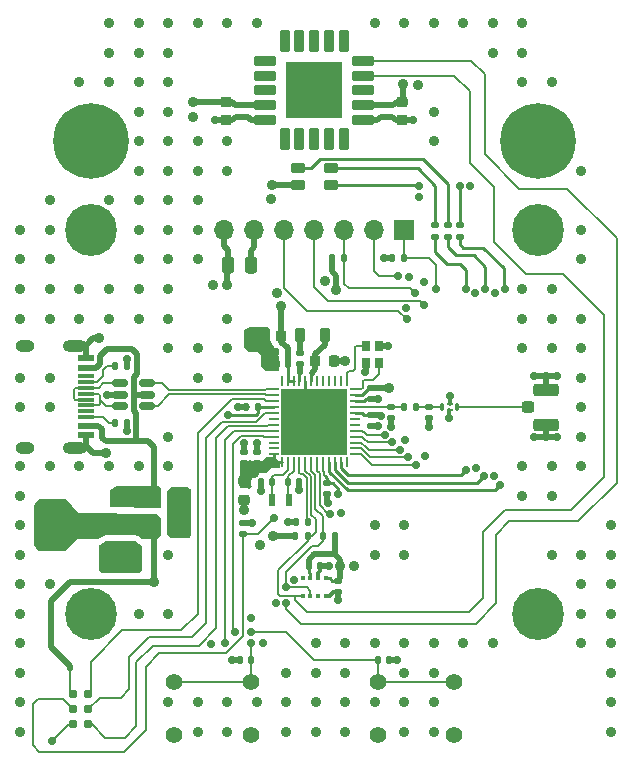
<source format=gbr>
%TF.GenerationSoftware,KiCad,Pcbnew,8.0.6*%
%TF.CreationDate,2025-02-19T14:25:46-08:00*%
%TF.ProjectId,Tempting,54656d70-7469-46e6-972e-6b696361645f,rev?*%
%TF.SameCoordinates,PX7ce2370PY7735940*%
%TF.FileFunction,Copper,L1,Top*%
%TF.FilePolarity,Positive*%
%FSLAX46Y46*%
G04 Gerber Fmt 4.6, Leading zero omitted, Abs format (unit mm)*
G04 Created by KiCad (PCBNEW 8.0.6) date 2025-02-19 14:25:46*
%MOMM*%
%LPD*%
G01*
G04 APERTURE LIST*
G04 Aperture macros list*
%AMRoundRect*
0 Rectangle with rounded corners*
0 $1 Rounding radius*
0 $2 $3 $4 $5 $6 $7 $8 $9 X,Y pos of 4 corners*
0 Add a 4 corners polygon primitive as box body*
4,1,4,$2,$3,$4,$5,$6,$7,$8,$9,$2,$3,0*
0 Add four circle primitives for the rounded corners*
1,1,$1+$1,$2,$3*
1,1,$1+$1,$4,$5*
1,1,$1+$1,$6,$7*
1,1,$1+$1,$8,$9*
0 Add four rect primitives between the rounded corners*
20,1,$1+$1,$2,$3,$4,$5,0*
20,1,$1+$1,$4,$5,$6,$7,0*
20,1,$1+$1,$6,$7,$8,$9,0*
20,1,$1+$1,$8,$9,$2,$3,0*%
G04 Aperture macros list end*
%TA.AperFunction,SMDPad,CuDef*%
%ADD10RoundRect,0.135000X0.135000X0.185000X-0.135000X0.185000X-0.135000X-0.185000X0.135000X-0.185000X0*%
%TD*%
%TA.AperFunction,SMDPad,CuDef*%
%ADD11RoundRect,0.140000X-0.170000X0.140000X-0.170000X-0.140000X0.170000X-0.140000X0.170000X0.140000X0*%
%TD*%
%TA.AperFunction,ComponentPad*%
%ADD12C,1.400000*%
%TD*%
%TA.AperFunction,SMDPad,CuDef*%
%ADD13R,1.450000X0.600000*%
%TD*%
%TA.AperFunction,SMDPad,CuDef*%
%ADD14R,1.450000X0.300000*%
%TD*%
%TA.AperFunction,ComponentPad*%
%ADD15O,2.100000X1.000000*%
%TD*%
%TA.AperFunction,ComponentPad*%
%ADD16O,1.600000X1.000000*%
%TD*%
%TA.AperFunction,SMDPad,CuDef*%
%ADD17RoundRect,0.135000X0.185000X-0.135000X0.185000X0.135000X-0.185000X0.135000X-0.185000X-0.135000X0*%
%TD*%
%TA.AperFunction,ComponentPad*%
%ADD18C,0.700000*%
%TD*%
%TA.AperFunction,ComponentPad*%
%ADD19C,4.400000*%
%TD*%
%TA.AperFunction,SMDPad,CuDef*%
%ADD20RoundRect,0.225000X-0.250000X0.225000X-0.250000X-0.225000X0.250000X-0.225000X0.250000X0.225000X0*%
%TD*%
%TA.AperFunction,SMDPad,CuDef*%
%ADD21RoundRect,0.135000X-0.135000X-0.185000X0.135000X-0.185000X0.135000X0.185000X-0.135000X0.185000X0*%
%TD*%
%TA.AperFunction,SMDPad,CuDef*%
%ADD22RoundRect,0.140000X0.140000X0.170000X-0.140000X0.170000X-0.140000X-0.170000X0.140000X-0.170000X0*%
%TD*%
%TA.AperFunction,SMDPad,CuDef*%
%ADD23RoundRect,0.250000X-0.275000X-0.250000X0.275000X-0.250000X0.275000X0.250000X-0.275000X0.250000X0*%
%TD*%
%TA.AperFunction,SMDPad,CuDef*%
%ADD24RoundRect,0.250000X-0.850000X-0.275000X0.850000X-0.275000X0.850000X0.275000X-0.850000X0.275000X0*%
%TD*%
%TA.AperFunction,SMDPad,CuDef*%
%ADD25RoundRect,0.225000X0.225000X0.250000X-0.225000X0.250000X-0.225000X-0.250000X0.225000X-0.250000X0*%
%TD*%
%TA.AperFunction,SMDPad,CuDef*%
%ADD26RoundRect,0.212500X0.212500X-0.737500X0.212500X0.737500X-0.212500X0.737500X-0.212500X-0.737500X0*%
%TD*%
%TA.AperFunction,SMDPad,CuDef*%
%ADD27RoundRect,0.212500X0.737500X-0.212500X0.737500X0.212500X-0.737500X0.212500X-0.737500X-0.212500X0*%
%TD*%
%TA.AperFunction,HeatsinkPad*%
%ADD28R,4.800000X4.800000*%
%TD*%
%TA.AperFunction,SMDPad,CuDef*%
%ADD29RoundRect,0.140000X0.170000X-0.140000X0.170000X0.140000X-0.170000X0.140000X-0.170000X-0.140000X0*%
%TD*%
%TA.AperFunction,SMDPad,CuDef*%
%ADD30RoundRect,0.225000X-0.225000X-0.250000X0.225000X-0.250000X0.225000X0.250000X-0.225000X0.250000X0*%
%TD*%
%TA.AperFunction,SMDPad,CuDef*%
%ADD31RoundRect,0.147500X0.147500X0.172500X-0.147500X0.172500X-0.147500X-0.172500X0.147500X-0.172500X0*%
%TD*%
%TA.AperFunction,SMDPad,CuDef*%
%ADD32RoundRect,0.068750X-0.068750X-0.281250X0.068750X-0.281250X0.068750X0.281250X-0.068750X0.281250X0*%
%TD*%
%TA.AperFunction,SMDPad,CuDef*%
%ADD33RoundRect,0.061250X0.163750X0.061250X-0.163750X0.061250X-0.163750X-0.061250X0.163750X-0.061250X0*%
%TD*%
%TA.AperFunction,SMDPad,CuDef*%
%ADD34RoundRect,0.150000X-0.512500X-0.150000X0.512500X-0.150000X0.512500X0.150000X-0.512500X0.150000X0*%
%TD*%
%TA.AperFunction,SMDPad,CuDef*%
%ADD35RoundRect,0.140000X-0.140000X-0.170000X0.140000X-0.170000X0.140000X0.170000X-0.140000X0.170000X0*%
%TD*%
%TA.AperFunction,SMDPad,CuDef*%
%ADD36RoundRect,0.087500X-0.087500X0.087500X-0.087500X-0.087500X0.087500X-0.087500X0.087500X0.087500X0*%
%TD*%
%TA.AperFunction,ConnectorPad*%
%ADD37C,0.787400*%
%TD*%
%TA.AperFunction,ComponentPad*%
%ADD38C,0.800000*%
%TD*%
%TA.AperFunction,ComponentPad*%
%ADD39C,6.400000*%
%TD*%
%TA.AperFunction,SMDPad,CuDef*%
%ADD40RoundRect,0.218750X0.218750X0.381250X-0.218750X0.381250X-0.218750X-0.381250X0.218750X-0.381250X0*%
%TD*%
%TA.AperFunction,SMDPad,CuDef*%
%ADD41RoundRect,0.375000X0.625000X0.375000X-0.625000X0.375000X-0.625000X-0.375000X0.625000X-0.375000X0*%
%TD*%
%TA.AperFunction,SMDPad,CuDef*%
%ADD42RoundRect,0.500000X0.500000X1.400000X-0.500000X1.400000X-0.500000X-1.400000X0.500000X-1.400000X0*%
%TD*%
%TA.AperFunction,SMDPad,CuDef*%
%ADD43RoundRect,0.147500X-0.172500X0.147500X-0.172500X-0.147500X0.172500X-0.147500X0.172500X0.147500X0*%
%TD*%
%TA.AperFunction,SMDPad,CuDef*%
%ADD44R,0.600000X1.100000*%
%TD*%
%TA.AperFunction,ComponentPad*%
%ADD45R,1.700000X1.700000*%
%TD*%
%TA.AperFunction,ComponentPad*%
%ADD46O,1.700000X1.700000*%
%TD*%
%TA.AperFunction,SMDPad,CuDef*%
%ADD47R,0.800000X0.900000*%
%TD*%
%TA.AperFunction,SMDPad,CuDef*%
%ADD48RoundRect,0.250000X-0.250000X-0.475000X0.250000X-0.475000X0.250000X0.475000X-0.250000X0.475000X0*%
%TD*%
%TA.AperFunction,SMDPad,CuDef*%
%ADD49RoundRect,0.062500X0.062500X-0.375000X0.062500X0.375000X-0.062500X0.375000X-0.062500X-0.375000X0*%
%TD*%
%TA.AperFunction,SMDPad,CuDef*%
%ADD50RoundRect,0.062500X0.375000X-0.062500X0.375000X0.062500X-0.375000X0.062500X-0.375000X-0.062500X0*%
%TD*%
%TA.AperFunction,HeatsinkPad*%
%ADD51R,5.600000X5.600000*%
%TD*%
%TA.AperFunction,SMDPad,CuDef*%
%ADD52RoundRect,0.225000X0.375000X0.225000X-0.375000X0.225000X-0.375000X-0.225000X0.375000X-0.225000X0*%
%TD*%
%TA.AperFunction,ViaPad*%
%ADD53C,0.900000*%
%TD*%
%TA.AperFunction,ViaPad*%
%ADD54C,0.700000*%
%TD*%
%TA.AperFunction,Conductor*%
%ADD55C,0.156500*%
%TD*%
%TA.AperFunction,Conductor*%
%ADD56C,0.500000*%
%TD*%
%TA.AperFunction,Conductor*%
%ADD57C,0.300000*%
%TD*%
%TA.AperFunction,Conductor*%
%ADD58C,0.250000*%
%TD*%
%TA.AperFunction,Conductor*%
%ADD59C,0.157500*%
%TD*%
G04 APERTURE END LIST*
D10*
%TO.P,R10,1*%
%TO.N,GND*%
X10560000Y28660000D03*
%TO.P,R10,2*%
%TO.N,/USB_CC2*%
X9540000Y28660000D03*
%TD*%
D11*
%TO.P,C5,1*%
%TO.N,/RF_LPF_MATCHING*%
X36137500Y30005000D03*
%TO.P,C5,2*%
%TO.N,GND*%
X36137500Y29045000D03*
%TD*%
D12*
%TO.P,SW2,1,1*%
%TO.N,GND*%
X38300000Y2250000D03*
%TO.P,SW2,2,2*%
X31800000Y2250000D03*
%TO.P,SW2,3,K*%
%TO.N,/BUTTON_2*%
X38300000Y6750000D03*
%TO.P,SW2,4,A*%
X31800000Y6750000D03*
%TD*%
D13*
%TO.P,J4,A1,GND*%
%TO.N,GND*%
X7065000Y34140000D03*
%TO.P,J4,A4,VBUS*%
%TO.N,VBUS*%
X7065000Y33340000D03*
D14*
%TO.P,J4,A5,CC1*%
%TO.N,/USB_CC1*%
X7065000Y32140000D03*
%TO.P,J4,A6,D+*%
%TO.N,/USB_CON_D+*%
X7065000Y31140000D03*
%TO.P,J4,A7,D-*%
%TO.N,/USB_CON_D-*%
X7065000Y30640000D03*
%TO.P,J4,A8,SBU1*%
%TO.N,unconnected-(J4-SBU1-PadA8)*%
X7065000Y29640000D03*
D13*
%TO.P,J4,A9,VBUS*%
%TO.N,VBUS*%
X7065000Y28440000D03*
%TO.P,J4,A12,GND*%
%TO.N,GND*%
X7065000Y27640000D03*
%TO.P,J4,B1,GND*%
X7065000Y27640000D03*
%TO.P,J4,B4,VBUS*%
%TO.N,VBUS*%
X7065000Y28440000D03*
D14*
%TO.P,J4,B5,CC2*%
%TO.N,/USB_CC2*%
X7065000Y29140000D03*
%TO.P,J4,B6,D+*%
%TO.N,/USB_CON_D+*%
X7065000Y30140000D03*
%TO.P,J4,B7,D-*%
%TO.N,/USB_CON_D-*%
X7065000Y31640000D03*
%TO.P,J4,B8,SBU2*%
%TO.N,unconnected-(J4-SBU2-PadB8)*%
X7065000Y32640000D03*
D13*
%TO.P,J4,B9,VBUS*%
%TO.N,VBUS*%
X7065000Y33340000D03*
%TO.P,J4,B12,GND*%
%TO.N,GND*%
X7065000Y34140000D03*
D15*
%TO.P,J4,S1,SHIELD*%
X6150000Y35210000D03*
D16*
X1970000Y35210000D03*
D15*
X6150000Y26570000D03*
D16*
X1970000Y26570000D03*
%TD*%
D17*
%TO.P,R4,1*%
%TO.N,/LED_B_MCU*%
X36650000Y44440000D03*
%TO.P,R4,2*%
%TO.N,/LED_B*%
X36650000Y45460000D03*
%TD*%
D18*
%TO.P,H4,1,1*%
%TO.N,GND*%
X5850000Y45000000D03*
X6333274Y46166726D03*
X6333274Y43833274D03*
X7500000Y46650000D03*
D19*
X7500000Y45000000D03*
D18*
X7500000Y43350000D03*
X8666726Y46166726D03*
X8666726Y43833274D03*
X9150000Y45000000D03*
%TD*%
D10*
%TO.P,R9,1*%
%TO.N,GND*%
X10560000Y33450000D03*
%TO.P,R9,2*%
%TO.N,/USB_CC1*%
X9540000Y33450000D03*
%TD*%
D20*
%TO.P,C2,1*%
%TO.N,+3.3V*%
X20450000Y23725000D03*
%TO.P,C2,2*%
%TO.N,GND*%
X20450000Y22175000D03*
%TD*%
D21*
%TO.P,R1,1*%
%TO.N,GND*%
X24865000Y20250000D03*
%TO.P,R1,2*%
%TO.N,/BOOT*%
X25885000Y20250000D03*
%TD*%
D22*
%TO.P,C13,1*%
%TO.N,+3.3V*%
X21650000Y30000000D03*
%TO.P,C13,2*%
%TO.N,GND*%
X20690000Y30000000D03*
%TD*%
D18*
%TO.P,H3,1,1*%
%TO.N,GND*%
X5850000Y12500000D03*
X6333274Y13666726D03*
X6333274Y11333274D03*
X7500000Y14150000D03*
D19*
X7500000Y12500000D03*
D18*
X7500000Y10850000D03*
X8666726Y13666726D03*
X8666726Y11333274D03*
X9150000Y12500000D03*
%TD*%
D11*
%TO.P,C20,1*%
%TO.N,+3.3V*%
X20350000Y55560000D03*
%TO.P,C20,2*%
%TO.N,GND*%
X20350000Y54600000D03*
%TD*%
D23*
%TO.P,J1,1,In*%
%TO.N,/RF_COAX_LPF*%
X44525000Y30000000D03*
D24*
%TO.P,J1,2,Ext*%
%TO.N,GND*%
X46050000Y31475000D03*
X46050000Y28525000D03*
%TD*%
D11*
%TO.P,C24,1*%
%TO.N,+3.3V*%
X28450000Y15300000D03*
%TO.P,C24,2*%
%TO.N,GND*%
X28450000Y14340000D03*
%TD*%
D21*
%TO.P,R5,1*%
%TO.N,GND*%
X33040000Y42600000D03*
%TO.P,R5,2*%
%TO.N,/OLED_NRST*%
X34060000Y42600000D03*
%TD*%
D25*
%TO.P,C22,1*%
%TO.N,+3.3V*%
X23625000Y36050000D03*
%TO.P,C22,2*%
%TO.N,GND*%
X22075000Y36050000D03*
%TD*%
D17*
%TO.P,R3,1*%
%TO.N,/LED_G_MCU*%
X37725000Y44440000D03*
%TO.P,R3,2*%
%TO.N,/LED_G*%
X37725000Y45460000D03*
%TD*%
D26*
%TO.P,U2,1*%
%TO.N,N/C*%
X23930000Y52675000D03*
%TO.P,U2,2*%
X25180000Y52675000D03*
%TO.P,U2,3*%
X26430000Y52675000D03*
%TO.P,U2,4*%
X27680000Y52675000D03*
%TO.P,U2,5*%
X28930000Y52675000D03*
D27*
%TO.P,U2,6,GND*%
%TO.N,GND*%
X30580000Y54325000D03*
%TO.P,U2,7,VDD*%
%TO.N,+3.3V*%
X30580000Y55575000D03*
%TO.P,U2,8*%
%TO.N,N/C*%
X30580000Y56825000D03*
%TO.P,U2,9,SCL*%
%TO.N,/SENSORS_SCL*%
X30580000Y58075000D03*
%TO.P,U2,10,SDA*%
%TO.N,/SENSORS_SDA*%
X30580000Y59325000D03*
D26*
%TO.P,U2,11*%
%TO.N,N/C*%
X28930000Y60975000D03*
%TO.P,U2,12*%
X27680000Y60975000D03*
%TO.P,U2,13*%
X26430000Y60975000D03*
%TO.P,U2,14*%
X25180000Y60975000D03*
%TO.P,U2,15*%
X23930000Y60975000D03*
D27*
%TO.P,U2,16*%
X22280000Y59325000D03*
%TO.P,U2,17*%
X22280000Y58075000D03*
%TO.P,U2,18*%
X22280000Y56825000D03*
%TO.P,U2,19,VDD*%
%TO.N,+3.3V*%
X22280000Y55575000D03*
%TO.P,U2,20,GND*%
%TO.N,GND*%
X22280000Y54325000D03*
D28*
%TO.P,U2,21,GND*%
X26430000Y56825000D03*
%TD*%
D29*
%TO.P,C6,1*%
%TO.N,/SWD_NRST*%
X20425000Y19220000D03*
%TO.P,C6,2*%
%TO.N,GND*%
X20425000Y20180000D03*
%TD*%
D30*
%TO.P,C9,1*%
%TO.N,/SMPSFB_MCU*%
X26525000Y33900000D03*
%TO.P,C9,2*%
%TO.N,GND*%
X28075000Y33900000D03*
%TD*%
D18*
%TO.P,H2,1,1*%
%TO.N,GND*%
X43710000Y45000000D03*
X44193274Y46166726D03*
X44193274Y43833274D03*
X45360000Y46650000D03*
D19*
X45360000Y45000000D03*
D18*
X45360000Y43350000D03*
X46526726Y46166726D03*
X46526726Y43833274D03*
X47010000Y45000000D03*
%TD*%
D11*
%TO.P,C18,1*%
%TO.N,+3.3V*%
X31200000Y31630000D03*
%TO.P,C18,2*%
%TO.N,GND*%
X31200000Y30670000D03*
%TD*%
D31*
%TO.P,L1,1,1*%
%TO.N,/RF_LPF_MATCHING*%
X35037500Y30000000D03*
%TO.P,L1,2,2*%
%TO.N,/RF_MCU*%
X34067500Y30000000D03*
%TD*%
D32*
%TO.P,FLT1,1,IN*%
%TO.N,/RF_LPF_MATCHING*%
X37275000Y30000000D03*
D33*
%TO.P,FLT1,2,GND*%
%TO.N,GND*%
X37887500Y30227500D03*
D32*
%TO.P,FLT1,3,OUT*%
%TO.N,/RF_COAX_LPF*%
X38500000Y30000000D03*
D33*
%TO.P,FLT1,4,GND*%
%TO.N,GND*%
X37887500Y29772500D03*
%TD*%
D29*
%TO.P,C19,1*%
%TO.N,+3.3V*%
X20450000Y25250000D03*
%TO.P,C19,2*%
%TO.N,GND*%
X20450000Y26210000D03*
%TD*%
D22*
%TO.P,C3,1*%
%TO.N,+3.3V*%
X24180000Y34650000D03*
%TO.P,C3,2*%
%TO.N,GND*%
X23220000Y34650000D03*
%TD*%
D11*
%TO.P,C10,1*%
%TO.N,+3.3V*%
X31200000Y29330000D03*
%TO.P,C10,2*%
%TO.N,GND*%
X31200000Y28370000D03*
%TD*%
D34*
%TO.P,U5,1,I/O1*%
%TO.N,/USB_CON_D-*%
X10025000Y32000000D03*
%TO.P,U5,2,GND*%
%TO.N,GND*%
X10025000Y31050000D03*
%TO.P,U5,3,I/O2*%
%TO.N,/USB_CON_D+*%
X10025000Y30100000D03*
%TO.P,U5,4,I/O2*%
%TO.N,/USB_MCU_D+*%
X12300000Y30100000D03*
%TO.P,U5,5,VBUS*%
%TO.N,VBUS*%
X12300000Y31050000D03*
%TO.P,U5,6,I/O1*%
%TO.N,/USB_MCU_D-*%
X12300000Y32000000D03*
%TD*%
D22*
%TO.P,C11,1*%
%TO.N,/LSE_IN*%
X22855000Y23625000D03*
%TO.P,C11,2*%
%TO.N,GND*%
X21895000Y23625000D03*
%TD*%
D35*
%TO.P,C27,1*%
%TO.N,/BUTTON_2*%
X31815000Y8575000D03*
%TO.P,C27,2*%
%TO.N,GND*%
X32775000Y8575000D03*
%TD*%
D17*
%TO.P,R2,1*%
%TO.N,/LED_R_MCU*%
X38775000Y44440000D03*
%TO.P,R2,2*%
%TO.N,/LED_R*%
X38775000Y45460000D03*
%TD*%
D11*
%TO.P,C7,1*%
%TO.N,+3.3V*%
X27550000Y23580000D03*
%TO.P,C7,2*%
%TO.N,GND*%
X27550000Y22620000D03*
%TD*%
D36*
%TO.P,U4,1,GND*%
%TO.N,GND*%
X27405000Y14050000D03*
%TO.P,U4,2,CSB*%
%TO.N,unconnected-(U4-CSB-Pad2)*%
X26755000Y14050000D03*
%TO.P,U4,3,SDI*%
%TO.N,/SENSORS_SDA*%
X26105000Y14050000D03*
%TO.P,U4,4,SCK*%
%TO.N,/SENSORS_SCL*%
X25455000Y14050000D03*
%TO.P,U4,5,SDO*%
%TO.N,unconnected-(U4-SDO-Pad5)*%
X25455000Y15500000D03*
%TO.P,U4,6,VDDIO*%
%TO.N,+3.3V*%
X26105000Y15500000D03*
%TO.P,U4,7,GND*%
%TO.N,GND*%
X26755000Y15500000D03*
%TO.P,U4,8,VDD*%
%TO.N,+3.3V*%
X27405000Y15500000D03*
%TD*%
D37*
%TO.P,J3,1,VCC*%
%TO.N,+3.3V*%
X6035000Y5670000D03*
%TO.P,J3,2,SWDIO*%
%TO.N,/SWD_DIO*%
X7305000Y5670000D03*
%TO.P,J3,3,~{RESET}*%
%TO.N,/SWD_NRST*%
X6035000Y4400000D03*
%TO.P,J3,4,SWCLK*%
%TO.N,/SWD_CLK*%
X7305000Y4400000D03*
%TO.P,J3,5,GND*%
%TO.N,GND*%
X6035000Y3130000D03*
%TO.P,J3,6,SWO*%
%TO.N,/SWD_SWO*%
X7305000Y3130000D03*
%TD*%
D11*
%TO.P,C8,1*%
%TO.N,/RF_MCU*%
X32962500Y30000000D03*
%TO.P,C8,2*%
%TO.N,GND*%
X32962500Y29040000D03*
%TD*%
D38*
%TO.P,H6,1,1*%
%TO.N,GND*%
X42960000Y52500000D03*
X43662944Y54197056D03*
X43662944Y50802944D03*
X45360000Y54900000D03*
D39*
X45360000Y52500000D03*
D38*
X45360000Y50100000D03*
X47057056Y54197056D03*
X47057056Y50802944D03*
X47760000Y52500000D03*
%TD*%
D40*
%TO.P,L2,1,1*%
%TO.N,/SMPSFB_MCU*%
X27312500Y36100000D03*
%TO.P,L2,2,2*%
%TO.N,/SMPSLX_INT*%
X25187500Y36100000D03*
%TD*%
D41*
%TO.P,U1,1,GND*%
%TO.N,GND*%
X10450000Y17700000D03*
%TO.P,U1,2,VO*%
%TO.N,+3.3V*%
X10450000Y20000000D03*
D42*
X4150000Y20000000D03*
D41*
%TO.P,U1,3,VI*%
%TO.N,VBUS*%
X10450000Y22300000D03*
%TD*%
D12*
%TO.P,SW1,1,1*%
%TO.N,GND*%
X21050000Y2250000D03*
%TO.P,SW1,2,2*%
X14550000Y2250000D03*
%TO.P,SW1,3,K*%
%TO.N,/BUTTON_1*%
X21050000Y6750000D03*
%TO.P,SW1,4,A*%
X14550000Y6750000D03*
%TD*%
D43*
%TO.P,L3,1,1*%
%TO.N,/SMPSLX_INT*%
X25200000Y34585000D03*
%TO.P,L3,2,2*%
%TO.N,/SMPSLX_MCU*%
X25200000Y33615000D03*
%TD*%
D38*
%TO.P,H5,1,1*%
%TO.N,GND*%
X5100000Y52500000D03*
X5802944Y54197056D03*
X5802944Y50802944D03*
X7500000Y54900000D03*
D39*
X7500000Y52500000D03*
D38*
X7500000Y50100000D03*
X9197056Y54197056D03*
X9197056Y50802944D03*
X9900000Y52500000D03*
%TD*%
D44*
%TO.P,X2,1,1*%
%TO.N,/LSE_IN*%
X22850000Y22125000D03*
%TO.P,X2,2,2*%
%TO.N,/LSE_OUT*%
X24250000Y22125000D03*
%TD*%
D45*
%TO.P,J2,1,Pin_1*%
%TO.N,/OLED_NRST*%
X34050000Y45000000D03*
D46*
%TO.P,J2,2,Pin_2*%
%TO.N,/OLED_DC*%
X31510000Y45000000D03*
%TO.P,J2,3,Pin_3*%
%TO.N,/OLED_NCS*%
X28970000Y45000000D03*
%TO.P,J2,4,Pin_4*%
%TO.N,/OLED_CLK*%
X26430000Y45000000D03*
%TO.P,J2,5,Pin_5*%
%TO.N,/OLED_DIN*%
X23890000Y45000000D03*
%TO.P,J2,6,Pin_6*%
%TO.N,GND*%
X21350000Y45000000D03*
%TO.P,J2,7,Pin_7*%
%TO.N,+3.3V*%
X18810000Y45000000D03*
%TD*%
D47*
%TO.P,X1,1,1*%
%TO.N,/HSE_IN*%
X30800000Y35165000D03*
%TO.P,X1,2,2*%
%TO.N,GND*%
X30800000Y33765000D03*
%TO.P,X1,3,3*%
%TO.N,/HSE_OUT*%
X31900000Y33765000D03*
%TO.P,X1,4,4*%
%TO.N,GND*%
X31900000Y35165000D03*
%TD*%
D48*
%TO.P,C4,1*%
%TO.N,+3.3V*%
X12850000Y20000000D03*
%TO.P,C4,2*%
%TO.N,GND*%
X14750000Y20000000D03*
%TD*%
D20*
%TO.P,C14,1*%
%TO.N,+3.3V*%
X18950000Y55855000D03*
%TO.P,C14,2*%
%TO.N,GND*%
X18950000Y54305000D03*
%TD*%
D49*
%TO.P,U3,1,VBAT*%
%TO.N,+3.3V*%
X23680000Y25312500D03*
%TO.P,U3,2,PC14*%
%TO.N,/LSE_IN*%
X24180000Y25312500D03*
%TO.P,U3,3,PC15*%
%TO.N,/LSE_OUT*%
X24680000Y25312500D03*
%TO.P,U3,4,PH3*%
%TO.N,/BOOT*%
X25180000Y25312500D03*
%TO.P,U3,5,PB8*%
%TO.N,/SENSORS_SCL*%
X25680000Y25312500D03*
%TO.P,U3,6,PB9*%
%TO.N,/SENSORS_SDA*%
X26180000Y25312500D03*
%TO.P,U3,7,NRST*%
%TO.N,/SWD_NRST*%
X26680000Y25312500D03*
%TO.P,U3,8,VDDA*%
%TO.N,+3.3V*%
X27180000Y25312500D03*
%TO.P,U3,9,PA0*%
%TO.N,/LED_R_MCU*%
X27680000Y25312500D03*
%TO.P,U3,10,PA1*%
%TO.N,/LED_G_MCU*%
X28180000Y25312500D03*
%TO.P,U3,11,PA2*%
%TO.N,/LED_B_MCU*%
X28680000Y25312500D03*
%TO.P,U3,12,PA3*%
%TO.N,unconnected-(U3-PA3-Pad12)*%
X29180000Y25312500D03*
D50*
%TO.P,U3,13,PA4*%
%TO.N,/OLED_NRST*%
X29867500Y26000000D03*
%TO.P,U3,14,PA5*%
%TO.N,/OLED_CLK*%
X29867500Y26500000D03*
%TO.P,U3,15,PA6*%
%TO.N,/OLED_NCS*%
X29867500Y27000000D03*
%TO.P,U3,16,PA7*%
%TO.N,/OLED_DIN*%
X29867500Y27500000D03*
%TO.P,U3,17,PA8*%
%TO.N,/OLED_DC*%
X29867500Y28000000D03*
%TO.P,U3,18,PA9*%
%TO.N,unconnected-(U3-PA9-Pad18)*%
X29867500Y28500000D03*
%TO.P,U3,19,PB2*%
%TO.N,unconnected-(U3-PB2-Pad19)*%
X29867500Y29000000D03*
%TO.P,U3,20,VDD*%
%TO.N,+3.3V*%
X29867500Y29500000D03*
%TO.P,U3,21,RF1*%
%TO.N,/RF_MCU*%
X29867500Y30000000D03*
%TO.P,U3,22,VSSRF*%
%TO.N,GND*%
X29867500Y30500000D03*
%TO.P,U3,23,VDDRF*%
%TO.N,+3.3V*%
X29867500Y31000000D03*
%TO.P,U3,24,OSC_OUT*%
%TO.N,/HSE_OUT*%
X29867500Y31500000D03*
D49*
%TO.P,U3,25,OSC_IN*%
%TO.N,/HSE_IN*%
X29180000Y32187500D03*
%TO.P,U3,26,AT0*%
%TO.N,unconnected-(U3-AT0-Pad26)*%
X28680000Y32187500D03*
%TO.P,U3,27,AT1*%
%TO.N,unconnected-(U3-AT1-Pad27)*%
X28180000Y32187500D03*
%TO.P,U3,28,PB0*%
%TO.N,unconnected-(U3-PB0-Pad28)*%
X27680000Y32187500D03*
%TO.P,U3,29,PB1*%
%TO.N,unconnected-(U3-PB1-Pad29)*%
X27180000Y32187500D03*
%TO.P,U3,30,PE4*%
%TO.N,unconnected-(U3-PE4-Pad30)*%
X26680000Y32187500D03*
%TO.P,U3,31,VFBSMPS*%
%TO.N,/SMPSFB_MCU*%
X26180000Y32187500D03*
%TO.P,U3,32,VSSSMPS*%
%TO.N,GND*%
X25680000Y32187500D03*
%TO.P,U3,33,VLXSMPS*%
%TO.N,/SMPSLX_MCU*%
X25180000Y32187500D03*
%TO.P,U3,34,VDDSMPS*%
%TO.N,+3.3V*%
X24680000Y32187500D03*
%TO.P,U3,35,VDD*%
X24180000Y32187500D03*
%TO.P,U3,36,PA10*%
%TO.N,unconnected-(U3-PA10-Pad36)*%
X23680000Y32187500D03*
D50*
%TO.P,U3,37,PA11*%
%TO.N,/USB_MCU_D-*%
X22992500Y31500000D03*
%TO.P,U3,38,PA12*%
%TO.N,/USB_MCU_D+*%
X22992500Y31000000D03*
%TO.P,U3,39,PA13*%
%TO.N,/SWD_DIO*%
X22992500Y30500000D03*
%TO.P,U3,40,VDDUSB*%
%TO.N,+3.3V*%
X22992500Y30000000D03*
%TO.P,U3,41,PA14*%
%TO.N,/SWD_CLK*%
X22992500Y29500000D03*
%TO.P,U3,42,PA15*%
%TO.N,unconnected-(U3-PA15-Pad42)*%
X22992500Y29000000D03*
%TO.P,U3,43,PB3*%
%TO.N,/SWD_SWO*%
X22992500Y28500000D03*
%TO.P,U3,44,PB4*%
%TO.N,/BUTTON_1*%
X22992500Y28000000D03*
%TO.P,U3,45,PB5*%
%TO.N,/BUTTON_2*%
X22992500Y27500000D03*
%TO.P,U3,46,PB6*%
%TO.N,unconnected-(U3-PB6-Pad46)*%
X22992500Y27000000D03*
%TO.P,U3,47,PB7*%
%TO.N,unconnected-(U3-PB7-Pad47)*%
X22992500Y26500000D03*
%TO.P,U3,48,VDD*%
%TO.N,+3.3V*%
X22992500Y26000000D03*
D51*
%TO.P,U3,49,VSS*%
%TO.N,GND*%
X26430000Y28750000D03*
%TD*%
D10*
%TO.P,R6,1*%
%TO.N,/SENSORS_SCL*%
X25860000Y19125000D03*
%TO.P,R6,2*%
%TO.N,+3.3V*%
X24840000Y19125000D03*
%TD*%
D21*
%TO.P,R7,1*%
%TO.N,/SENSORS_SDA*%
X27180000Y19125000D03*
%TO.P,R7,2*%
%TO.N,+3.3V*%
X28200000Y19125000D03*
%TD*%
D11*
%TO.P,C17,1*%
%TO.N,+3.3V*%
X32500000Y55555000D03*
%TO.P,C17,2*%
%TO.N,GND*%
X32500000Y54595000D03*
%TD*%
D18*
%TO.P,H1,1,1*%
%TO.N,GND*%
X43710000Y12500000D03*
X44193274Y13666726D03*
X44193274Y11333274D03*
X45360000Y14150000D03*
D19*
X45360000Y12500000D03*
D18*
X45360000Y10850000D03*
X46526726Y13666726D03*
X46526726Y11333274D03*
X47010000Y12500000D03*
%TD*%
D35*
%TO.P,C15,1*%
%TO.N,/LSE_OUT*%
X24220000Y23635000D03*
%TO.P,C15,2*%
%TO.N,GND*%
X25180000Y23635000D03*
%TD*%
D22*
%TO.P,C21,1*%
%TO.N,+3.3V*%
X24200000Y33650000D03*
%TO.P,C21,2*%
%TO.N,GND*%
X23240000Y33650000D03*
%TD*%
D20*
%TO.P,C12,1*%
%TO.N,+3.3V*%
X33900000Y55850000D03*
%TO.P,C12,2*%
%TO.N,GND*%
X33900000Y54300000D03*
%TD*%
D48*
%TO.P,C1,1*%
%TO.N,VBUS*%
X12850000Y22300000D03*
%TO.P,C1,2*%
%TO.N,GND*%
X14750000Y22300000D03*
%TD*%
D10*
%TO.P,R8,1*%
%TO.N,/OLED_NCS*%
X28960000Y42600000D03*
%TO.P,R8,2*%
%TO.N,+3.3V*%
X27940000Y42600000D03*
%TD*%
D22*
%TO.P,C26,1*%
%TO.N,/BUTTON_1*%
X21080000Y8560000D03*
%TO.P,C26,2*%
%TO.N,GND*%
X20120000Y8560000D03*
%TD*%
D29*
%TO.P,C16,1*%
%TO.N,+3.3V*%
X21550000Y25250000D03*
%TO.P,C16,2*%
%TO.N,GND*%
X21550000Y26210000D03*
%TD*%
D52*
%TO.P,D1,1,RK*%
%TO.N,/LED_R*%
X27830000Y48775000D03*
%TO.P,D1,2,A*%
%TO.N,+3.3V*%
X25030000Y48775000D03*
%TO.P,D1,3,GK*%
%TO.N,/LED_G*%
X25030000Y50225000D03*
%TO.P,D1,4,BK*%
%TO.N,/LED_B*%
X27830000Y50225000D03*
%TD*%
D35*
%TO.P,C23,1*%
%TO.N,+3.3V*%
X25970000Y16550000D03*
%TO.P,C23,2*%
%TO.N,GND*%
X26930000Y16550000D03*
%TD*%
D48*
%TO.P,C25,1*%
%TO.N,+3.3V*%
X19150000Y42000000D03*
%TO.P,C25,2*%
%TO.N,GND*%
X21050000Y42000000D03*
%TD*%
D53*
%TO.N,GND*%
X46550000Y17500000D03*
D54*
%TO.N,/BUTTON_1*%
X21090000Y10000000D03*
%TO.N,/BUTTON_2*%
X21090000Y10921385D03*
%TO.N,/BUTTON_1*%
X18850000Y10030000D03*
%TO.N,/BUTTON_2*%
X19720000Y10921385D03*
%TO.N,GND*%
X4200000Y1690000D03*
X30750000Y32931136D03*
X32650000Y35150000D03*
X15600000Y19460000D03*
X15610000Y20410000D03*
X15610000Y21800000D03*
X15610000Y22640000D03*
X11240000Y16390000D03*
X9720000Y16360000D03*
X8880000Y17100000D03*
X8920000Y18050000D03*
D53*
X29010000Y33890000D03*
X8200000Y35810000D03*
X8800000Y26090000D03*
D54*
X27600000Y58050000D03*
D53*
X46550000Y37500000D03*
X49050000Y27500000D03*
X41550000Y60000000D03*
X34050000Y7500000D03*
X17820000Y40310000D03*
X26550000Y2500000D03*
X34050000Y5000000D03*
X1550000Y2500000D03*
X20440000Y21250000D03*
D54*
X10560000Y28010000D03*
X45030000Y32630000D03*
D53*
X36550000Y2500000D03*
X1550000Y42500000D03*
X24050000Y5000000D03*
D54*
X24325000Y30850000D03*
D53*
X1550000Y40000000D03*
X1550000Y25000000D03*
D54*
X27525000Y29825000D03*
D53*
X16550000Y35000000D03*
X1550000Y22500000D03*
X1550000Y5000000D03*
X11550000Y62500000D03*
X46550000Y22500000D03*
D54*
X27600000Y55600000D03*
D53*
X4050000Y40000000D03*
X51550000Y7500000D03*
X51550000Y15000000D03*
D54*
X35710000Y40580000D03*
D53*
X49050000Y10000000D03*
X9050000Y62500000D03*
D54*
X35300000Y47799997D03*
D53*
X11550000Y42500000D03*
X44050000Y60000000D03*
X4050000Y47500000D03*
D54*
X20450000Y26930000D03*
D53*
X14050000Y42500000D03*
X16550000Y45000000D03*
D54*
X32340000Y42600000D03*
D53*
X14050000Y60000000D03*
D54*
X34450000Y41025000D03*
X31860000Y30670000D03*
D53*
X35180000Y57280000D03*
D54*
X28525000Y28725000D03*
D53*
X9050000Y37500000D03*
X26550000Y10000000D03*
X24050000Y2500000D03*
X9050000Y40000000D03*
X9050000Y57500000D03*
X22810000Y47610000D03*
D54*
X32962500Y28350000D03*
D53*
X49050000Y17500000D03*
X1550000Y17500000D03*
X44050000Y37500000D03*
D54*
X25200000Y55600000D03*
X31860000Y28370000D03*
D53*
X29050000Y10000000D03*
D54*
X21900000Y22900000D03*
D53*
X34050000Y62500000D03*
X16550000Y50000000D03*
X16550000Y62500000D03*
D54*
X34219979Y38371751D03*
D53*
X31550000Y5000000D03*
X11550000Y12500000D03*
X14050000Y57500000D03*
X1550000Y32500000D03*
X4050000Y32500000D03*
X19050000Y5000000D03*
X1550000Y12500000D03*
D54*
X35805760Y25819240D03*
X41724998Y39640310D03*
X34138084Y27199603D03*
D53*
X9050000Y25000000D03*
X51550000Y12500000D03*
X29050000Y5000000D03*
D54*
X17660000Y9910000D03*
D53*
X39050000Y10000000D03*
X14050000Y25000000D03*
X4050000Y30000000D03*
X16550000Y5000000D03*
X6550000Y37500000D03*
X19050000Y35000000D03*
D54*
X45010000Y27440000D03*
X24175000Y20250000D03*
D53*
X29050000Y7500000D03*
X41550000Y62500000D03*
X1550000Y7500000D03*
X11550000Y52500000D03*
X14050000Y52500000D03*
X34050000Y20000000D03*
X14050000Y50000000D03*
D54*
X47010000Y32640000D03*
X28525000Y30850000D03*
D53*
X16550000Y47500000D03*
D54*
X8925000Y31050000D03*
X23150431Y13393800D03*
X18050000Y54300000D03*
D53*
X14050000Y47500000D03*
X19050000Y37500000D03*
X51550000Y17500000D03*
D54*
X22450000Y33600000D03*
D53*
X44050000Y57500000D03*
X11550000Y60000000D03*
X4050000Y25000000D03*
X39050000Y62500000D03*
X1550000Y45000000D03*
X6550000Y57500000D03*
X41550000Y10000000D03*
X14050000Y40000000D03*
D54*
X27577428Y21891053D03*
D53*
X11550000Y37500000D03*
D54*
X21090000Y12140000D03*
D53*
X14050000Y27500000D03*
X9050000Y47500000D03*
D54*
X46050000Y27450000D03*
D53*
X21550000Y5000000D03*
X29770000Y16580000D03*
X36550000Y62500000D03*
X31550000Y20000000D03*
X23298619Y39635009D03*
D54*
X46990000Y27450000D03*
D53*
X11550000Y47500000D03*
X34050000Y17500000D03*
D54*
X28668182Y21009269D03*
D53*
X11550000Y25000000D03*
X19050000Y52500000D03*
D54*
X19450000Y8550000D03*
D53*
X34050000Y2500000D03*
X51550000Y5000000D03*
X19050000Y2500000D03*
X1550000Y15000000D03*
X27340000Y40650000D03*
X49050000Y42500000D03*
X11550000Y57500000D03*
X29050000Y2500000D03*
X16550000Y52500000D03*
X9050000Y60000000D03*
D54*
X27650000Y16550000D03*
X20000000Y30000000D03*
D53*
X16550000Y30000000D03*
X19050000Y50000000D03*
D54*
X37890000Y30907500D03*
D53*
X6550000Y40000000D03*
X46550000Y25000000D03*
X36550000Y55000000D03*
X11550000Y40000000D03*
X49050000Y50000000D03*
D54*
X40135903Y24808683D03*
D53*
X16550000Y2500000D03*
D54*
X10560000Y34100000D03*
D53*
X1550000Y30000000D03*
X26550000Y5000000D03*
X4050000Y37500000D03*
X21810000Y18360000D03*
D54*
X21145000Y20180000D03*
X24679482Y15378250D03*
X34750000Y54300000D03*
D53*
X44050000Y25000000D03*
X11550000Y45000000D03*
X44050000Y40000000D03*
X16550000Y42500000D03*
X51550000Y2500000D03*
X4050000Y42500000D03*
X24050000Y7500000D03*
D54*
X39650003Y48750000D03*
D53*
X34050000Y10000000D03*
X14050000Y62500000D03*
X36550000Y10000000D03*
X49050000Y30000000D03*
D54*
X25325000Y27675000D03*
D53*
X46550000Y35000000D03*
X11550000Y50000000D03*
D54*
X25175000Y22975000D03*
X33450000Y8550000D03*
X25200000Y58050000D03*
D53*
X31550000Y62500000D03*
X36550000Y5000000D03*
X46550000Y40000000D03*
X44050000Y22500000D03*
X49050000Y37500000D03*
X19050000Y62500000D03*
X1550000Y20000000D03*
X49050000Y12500000D03*
D54*
X21150000Y36050000D03*
D53*
X49050000Y32500000D03*
D54*
X22090000Y9990000D03*
D53*
X49050000Y15000000D03*
X36550000Y52500000D03*
X6550000Y25000000D03*
D54*
X28525000Y26650000D03*
X40074998Y39640310D03*
X21550000Y26930000D03*
X41674937Y24164408D03*
D53*
X46550000Y57500000D03*
X1550000Y10000000D03*
X21550000Y62500000D03*
X14050000Y37500000D03*
D54*
X28450000Y13650000D03*
D53*
X14050000Y35000000D03*
D54*
X26425000Y30825000D03*
D53*
X31550000Y10000000D03*
D54*
X46070000Y32640000D03*
D53*
X19050000Y32500000D03*
D54*
X25325000Y29800000D03*
D53*
X51550000Y10000000D03*
D54*
X24300000Y28725000D03*
X27550000Y27725000D03*
D53*
X36550000Y7500000D03*
X14050000Y17500000D03*
D54*
X36137500Y28355000D03*
D53*
X16150000Y54600000D03*
X14050000Y45000000D03*
X14050000Y55000000D03*
X44050000Y35000000D03*
D54*
X24325000Y26650000D03*
D53*
X14050000Y5000000D03*
X16550000Y32500000D03*
X11550000Y55000000D03*
X31550000Y17500000D03*
X1550000Y37500000D03*
X51550000Y20000000D03*
X49050000Y45000000D03*
D54*
X26425000Y26600000D03*
D53*
X4050000Y45000000D03*
X49050000Y25000000D03*
X49050000Y35000000D03*
D54*
X22450000Y34650000D03*
X37877500Y29092500D03*
D53*
X14050000Y12500000D03*
X26550000Y7500000D03*
X44050000Y62500000D03*
X4050000Y15000000D03*
%TO.N,+3.3V*%
X33910000Y57320000D03*
X28649927Y16562345D03*
X23610000Y38580000D03*
X22845000Y48775000D03*
D54*
X28470000Y22640000D03*
X19139756Y29368250D03*
D53*
X16130000Y55840000D03*
X28240000Y39920000D03*
X21300352Y24441340D03*
X22942451Y19087549D03*
X19050000Y40300000D03*
X12820000Y15230000D03*
X32720000Y31620000D03*
D54*
X32104141Y29236254D03*
%TO.N,/SWD_NRST*%
X23010000Y20580000D03*
X27769395Y20962515D03*
%TO.N,/OLED_CLK*%
X34400000Y25750000D03*
X35700000Y38675000D03*
%TO.N,/OLED_NCS*%
X34950000Y39628250D03*
X33725000Y26400000D03*
%TO.N,/OLED_DIN*%
X33050000Y27025000D03*
X34253250Y37450000D03*
%TO.N,/OLED_DC*%
X33550000Y41075000D03*
X32385539Y27639375D03*
%TO.N,/OLED_NRST*%
X36725000Y39975000D03*
X35050000Y25125000D03*
%TO.N,/LED_R*%
X38750000Y48750000D03*
X35300000Y48700000D03*
%TO.N,/SENSORS_SDA*%
X24028250Y14750000D03*
X24050000Y13421750D03*
%TO.N,/LED_R_MCU*%
X42550000Y40000000D03*
X42150000Y23400000D03*
%TO.N,/LED_G_MCU*%
X40775000Y24175000D03*
X40900000Y40000000D03*
%TO.N,/LED_B_MCU*%
X39250000Y24650000D03*
X39250000Y40000000D03*
%TD*%
D55*
%TO.N,/SENSORS_SDA*%
X24050000Y13421750D02*
X24050000Y12900000D01*
X24050000Y12900000D02*
X25300000Y11650000D01*
X52050000Y44300000D02*
X47850000Y48500000D01*
X25300000Y11650000D02*
X40100000Y11650000D01*
X52050000Y23600000D02*
X52050000Y44300000D01*
X40100000Y11650000D02*
X41830000Y13380000D01*
X41830000Y13380000D02*
X41830000Y19200000D01*
X41830000Y19200000D02*
X42950000Y20320000D01*
X42950000Y20320000D02*
X48770000Y20320000D01*
X47850000Y48500000D02*
X43750000Y48500000D01*
X48770000Y20320000D02*
X52050000Y23600000D01*
X43750000Y48500000D02*
X40850000Y51400000D01*
X40850000Y51400000D02*
X40850000Y58200000D01*
X40850000Y58200000D02*
X39725000Y59325000D01*
X39725000Y59325000D02*
X30580000Y59325000D01*
%TO.N,/SENSORS_SCL*%
X40700000Y19430000D02*
X42570000Y21300000D01*
X24800000Y14050000D02*
X24800000Y13650000D01*
X39500000Y12650000D02*
X40700000Y13850000D01*
X50950000Y24100000D02*
X50950000Y37800000D01*
X44350000Y41300000D02*
X41650000Y44000000D01*
X41650000Y48650000D02*
X39600000Y50700000D01*
X25800000Y12650000D02*
X39500000Y12650000D01*
X24800000Y13650000D02*
X25800000Y12650000D01*
X40700000Y13850000D02*
X40700000Y19430000D01*
X42570000Y21300000D02*
X48150000Y21300000D01*
X41650000Y44000000D02*
X41650000Y48650000D01*
X48150000Y21300000D02*
X50950000Y24100000D01*
X50950000Y37800000D02*
X47450000Y41300000D01*
X47450000Y41300000D02*
X44350000Y41300000D01*
X39600000Y50700000D02*
X39600000Y56750000D01*
X39600000Y56750000D02*
X38275000Y58075000D01*
X38275000Y58075000D02*
X30580000Y58075000D01*
%TO.N,/BUTTON_1*%
X18850000Y10030000D02*
X18850000Y27200000D01*
%TO.N,GND*%
X6035000Y3130000D02*
X5640000Y3130000D01*
X5640000Y3130000D02*
X4200000Y1690000D01*
D56*
X30800000Y32981136D02*
X30750000Y32931136D01*
X30800000Y33765000D02*
X30800000Y32981136D01*
X29000000Y33900000D02*
X29010000Y33890000D01*
X28075000Y33900000D02*
X29000000Y33900000D01*
X7065000Y34140000D02*
X7065000Y35205000D01*
X7670000Y35810000D02*
X8200000Y35810000D01*
X7470000Y35610000D02*
X7670000Y35810000D01*
X7065000Y35205000D02*
X7470000Y35610000D01*
X8800000Y26090000D02*
X7720000Y26090000D01*
X7720000Y26090000D02*
X7065000Y26745000D01*
X7065000Y26745000D02*
X7065000Y27640000D01*
D55*
%TO.N,+3.3V*%
X27180000Y25312500D02*
X27180000Y24632047D01*
X27180000Y24632047D02*
X27239250Y24572797D01*
X27239250Y24572797D02*
X27239250Y24280750D01*
X27239250Y24280750D02*
X27330000Y24190000D01*
D56*
%TO.N,GND*%
X31900000Y35165000D02*
X32635000Y35165000D01*
X10560000Y33400000D02*
X10560000Y34100000D01*
X46070000Y32640000D02*
X46070000Y31495000D01*
X20700000Y30000000D02*
X20000000Y30000000D01*
X45010000Y27440000D02*
X46980000Y27440000D01*
X21075000Y54325000D02*
X22280000Y54325000D01*
X24875000Y20250000D02*
X24175000Y20250000D01*
D57*
X37880000Y29095000D02*
X37877500Y29092500D01*
D56*
X33055000Y54595000D02*
X32500000Y54595000D01*
X33040000Y42600000D02*
X32340000Y42600000D01*
X21350000Y43525000D02*
X21350000Y45000000D01*
X21050000Y43225000D02*
X21350000Y43525000D01*
X19505000Y54305000D02*
X19800000Y54600000D01*
X32045000Y54595000D02*
X31775000Y54325000D01*
X27577428Y21891053D02*
X27525000Y21943481D01*
X33900000Y54300000D02*
X34750000Y54300000D01*
X47000000Y32630000D02*
X47010000Y32640000D01*
X32635000Y35165000D02*
X32650000Y35150000D01*
X32962500Y29050000D02*
X32962500Y28350000D01*
D58*
X25680000Y29500000D02*
X26430000Y28750000D01*
D56*
X26950000Y16550000D02*
X27650000Y16550000D01*
X21550000Y26230000D02*
X21550000Y26930000D01*
X45030000Y32630000D02*
X47000000Y32630000D01*
X20450000Y26230000D02*
X20450000Y26930000D01*
X31160000Y28370000D02*
X31860000Y28370000D01*
D58*
X30631678Y30500000D02*
X29867500Y30500000D01*
D57*
X26755000Y15925000D02*
X26755000Y15500000D01*
D58*
X31200000Y30670000D02*
X30801678Y30670000D01*
D57*
X28450000Y14340000D02*
X28050000Y14340000D01*
D56*
X20450000Y21260000D02*
X20440000Y21250000D01*
D58*
X30801678Y30670000D02*
X30631678Y30500000D01*
D56*
X46070000Y31495000D02*
X46050000Y31475000D01*
X20800000Y54600000D02*
X21075000Y54325000D01*
X21900000Y22900000D02*
X21900000Y23650000D01*
D58*
X25680000Y32187500D02*
X25680000Y29500000D01*
D56*
X20450000Y22175000D02*
X20450000Y21260000D01*
X46050000Y27450000D02*
X46050000Y28525000D01*
X33900000Y54300000D02*
X33350000Y54300000D01*
D57*
X27760000Y14050000D02*
X27405000Y14050000D01*
X26930000Y16100000D02*
X26755000Y15925000D01*
D56*
X32750000Y8550000D02*
X33450000Y8550000D01*
X10025000Y31050000D02*
X8925000Y31050000D01*
D57*
X37887500Y30255000D02*
X37887500Y30905000D01*
D56*
X25175000Y23675000D02*
X25175000Y22975000D01*
X10560000Y28710000D02*
X10560000Y28010000D01*
X46980000Y27440000D02*
X46990000Y27450000D01*
X32500000Y54595000D02*
X32045000Y54595000D01*
X18055000Y54305000D02*
X18050000Y54300000D01*
X18950000Y54305000D02*
X19505000Y54305000D01*
D57*
X37887500Y30877500D02*
X37890000Y30880000D01*
D56*
X18950000Y54305000D02*
X18055000Y54305000D01*
X27525000Y21943481D02*
X27525000Y22620000D01*
X19800000Y54600000D02*
X20350000Y54600000D01*
X31160000Y30670000D02*
X31860000Y30670000D01*
D57*
X28050000Y14340000D02*
X27760000Y14050000D01*
D56*
X21145000Y20180000D02*
X20395000Y20180000D01*
X31775000Y54325000D02*
X30580000Y54325000D01*
X36137500Y29055000D02*
X36137500Y28355000D01*
X20350000Y54600000D02*
X20800000Y54600000D01*
X21050000Y42000000D02*
X21050000Y43225000D01*
D57*
X37880000Y29745000D02*
X37880000Y29095000D01*
D56*
X28450000Y14350000D02*
X28450000Y13650000D01*
X20150000Y8550000D02*
X19450000Y8550000D01*
X33350000Y54300000D02*
X33055000Y54595000D01*
D57*
X26930000Y16550000D02*
X26930000Y16100000D01*
D56*
%TO.N,VBUS*%
X8770000Y27100000D02*
X11050000Y27100000D01*
X7990000Y33340000D02*
X8310000Y33660000D01*
X12340000Y27100000D02*
X12850000Y26590000D01*
X8310000Y33660000D02*
X8310000Y34330000D01*
X8450000Y27420000D02*
X8770000Y27100000D01*
X11050000Y27100000D02*
X12340000Y27100000D01*
X7065000Y33340000D02*
X7990000Y33340000D01*
X11187500Y29742500D02*
X11200000Y29730000D01*
X11400000Y32780000D02*
X11187500Y32567500D01*
X11187500Y31070000D02*
X11187500Y29742500D01*
X7065000Y28440000D02*
X8137942Y28440000D01*
X11360000Y27110000D02*
X11360000Y29524816D01*
X8880000Y34900000D02*
X10980000Y34900000D01*
X12300000Y31050000D02*
X11207500Y31050000D01*
X11360000Y29524816D02*
X11187500Y29697316D01*
X11187500Y29697316D02*
X11187500Y29742500D01*
X11207500Y31050000D02*
X11187500Y31070000D01*
X11350000Y27100000D02*
X11360000Y27110000D01*
X8450000Y28127942D02*
X8450000Y27420000D01*
X12850000Y26590000D02*
X12850000Y22300000D01*
X11400000Y34480000D02*
X11400000Y32780000D01*
X8137942Y28440000D02*
X8450000Y28127942D01*
X11187500Y32567500D02*
X11187500Y31070000D01*
X10980000Y34900000D02*
X11400000Y34480000D01*
X8310000Y34330000D02*
X8880000Y34900000D01*
%TO.N,+3.3V*%
X24180000Y34650000D02*
X24180000Y33670000D01*
X22265000Y55560000D02*
X22280000Y55575000D01*
X23610000Y38580000D02*
X23610000Y36065000D01*
X32104141Y29236254D02*
X32020395Y29320000D01*
X33400000Y55850000D02*
X33105000Y55555000D01*
D58*
X27997208Y23580000D02*
X28470000Y23107208D01*
D56*
X12810000Y15220000D02*
X5780000Y15220000D01*
X31210000Y29320000D02*
X31200000Y29330000D01*
X12850000Y15260000D02*
X12850000Y20000000D01*
D58*
X28470000Y23107208D02*
X28470000Y22640000D01*
D56*
X18950000Y55855000D02*
X19445000Y55855000D01*
X33105000Y55555000D02*
X32500000Y55555000D01*
D58*
X31075282Y31580000D02*
X31150000Y31580000D01*
D56*
X20808660Y24441340D02*
X20450000Y24800000D01*
D58*
X19183006Y29325000D02*
X21485000Y29325000D01*
D56*
X22942451Y19087549D02*
X24802549Y19087549D01*
D58*
X21485000Y29325000D02*
X21650000Y29490000D01*
D56*
X26410000Y17530000D02*
X25970000Y17090000D01*
X25970000Y17090000D02*
X25970000Y16550000D01*
X19445000Y55855000D02*
X19740000Y55560000D01*
D58*
X30500000Y29500000D02*
X29867500Y29500000D01*
X24180000Y33630000D02*
X24200000Y33650000D01*
D56*
X28310000Y39990000D02*
X28310000Y41140000D01*
X4150000Y9680000D02*
X5770000Y8060000D01*
X33900000Y55850000D02*
X33400000Y55850000D01*
D58*
X23002500Y25312500D02*
X23680000Y25312500D01*
X29867500Y31000000D02*
X30495282Y31000000D01*
X24180000Y32187500D02*
X24180000Y33630000D01*
D56*
X33910000Y55860000D02*
X33900000Y55850000D01*
X28240000Y39920000D02*
X28310000Y39990000D01*
X12820000Y15230000D02*
X12810000Y15220000D01*
X21300352Y24441340D02*
X20808660Y24441340D01*
X21300352Y25000352D02*
X21550000Y25250000D01*
X16130000Y55840000D02*
X18935000Y55840000D01*
X23610000Y36065000D02*
X23625000Y36050000D01*
D58*
X25970000Y16000000D02*
X26105000Y15865000D01*
X30495282Y31000000D02*
X31075282Y31580000D01*
X19139756Y29368250D02*
X19183006Y29325000D01*
D56*
X28160000Y17530000D02*
X28200000Y17570000D01*
X30600000Y55555000D02*
X30580000Y55575000D01*
D58*
X24680000Y32187500D02*
X24180000Y32187500D01*
D56*
X18810000Y45000000D02*
X18810000Y43665000D01*
X18810000Y43665000D02*
X19150000Y43325000D01*
X28200000Y17570000D02*
X28200000Y19125000D01*
D58*
X27550000Y23580000D02*
X27997208Y23580000D01*
D56*
X24802549Y19087549D02*
X24840000Y19125000D01*
D58*
X26105000Y15865000D02*
X26105000Y15500000D01*
D56*
X23625000Y36050000D02*
X23625000Y35535000D01*
X5770000Y8060000D02*
X5770000Y7810000D01*
D58*
X27960000Y15300000D02*
X28450000Y15300000D01*
D56*
X20450000Y24800000D02*
X20450000Y25250000D01*
X19050000Y40300000D02*
X19050000Y41900000D01*
X19150000Y43325000D02*
X19150000Y42000000D01*
D55*
X5770000Y5935000D02*
X5770000Y7810000D01*
D56*
X28649927Y17040073D02*
X28160000Y17530000D01*
D55*
X6035000Y5670000D02*
X5770000Y5935000D01*
D58*
X27760000Y15500000D02*
X27960000Y15300000D01*
X30670000Y29330000D02*
X30500000Y29500000D01*
D56*
X27940000Y41510000D02*
X27940000Y42600000D01*
D58*
X22992500Y26000000D02*
X22992500Y25302500D01*
D56*
X28649927Y15499927D02*
X28450000Y15300000D01*
X20350000Y55560000D02*
X22265000Y55560000D01*
X32720000Y31620000D02*
X31210000Y31620000D01*
X19740000Y55560000D02*
X20350000Y55560000D01*
D58*
X31200000Y29330000D02*
X30670000Y29330000D01*
D56*
X18935000Y55840000D02*
X18950000Y55855000D01*
X5780000Y15220000D02*
X4150000Y13590000D01*
D58*
X21650000Y30000000D02*
X22992500Y30000000D01*
X22992500Y25302500D02*
X23002500Y25312500D01*
D56*
X12820000Y15230000D02*
X12850000Y15260000D01*
D58*
X21650000Y29490000D02*
X21650000Y30000000D01*
D56*
X31210000Y31620000D02*
X31200000Y31630000D01*
D58*
X27405000Y15500000D02*
X27760000Y15500000D01*
D56*
X21300352Y24441340D02*
X20761340Y24441340D01*
X28649927Y16562345D02*
X28649927Y17040073D01*
D58*
X25970000Y16550000D02*
X25970000Y16000000D01*
D56*
X24180000Y33670000D02*
X24200000Y33650000D01*
X21300352Y24441340D02*
X21300352Y25000352D01*
D58*
X31150000Y31580000D02*
X31200000Y31630000D01*
D56*
X32020395Y29320000D02*
X31210000Y29320000D01*
X19050000Y41900000D02*
X19150000Y42000000D01*
D58*
X27550000Y23580000D02*
X27550000Y23970000D01*
D56*
X33910000Y57320000D02*
X33910000Y55860000D01*
X28470000Y22640000D02*
X28380000Y22730000D01*
X23625000Y35535000D02*
X24180000Y34980000D01*
X28310000Y41140000D02*
X27940000Y41510000D01*
X20450000Y24130000D02*
X20450000Y23725000D01*
X24180000Y34980000D02*
X24180000Y34650000D01*
X22845000Y48775000D02*
X25030000Y48775000D01*
X28649927Y16562345D02*
X28649927Y15499927D01*
X28160000Y17530000D02*
X26410000Y17530000D01*
X32500000Y55555000D02*
X30600000Y55555000D01*
X4150000Y13590000D02*
X4150000Y9680000D01*
X20761340Y24441340D02*
X20450000Y24130000D01*
D58*
X27550000Y23970000D02*
X27330000Y24190000D01*
D55*
%TO.N,/RF_LPF_MATCHING*%
X35037500Y30000000D02*
X37275000Y30000000D01*
%TO.N,/SWD_NRST*%
X10325000Y825000D02*
X3150000Y825000D01*
X5154300Y5280700D02*
X6035000Y4400000D01*
X12200000Y8025000D02*
X12200000Y2700000D01*
X18970000Y9150000D02*
X13325000Y9150000D01*
X2600000Y4850000D02*
X3030700Y5280700D01*
X27769395Y20962515D02*
X27617485Y20962515D01*
X21650000Y19220000D02*
X20425000Y19220000D01*
X3150000Y825000D02*
X2600000Y1375000D01*
X3030700Y5280700D02*
X5154300Y5280700D01*
X20425000Y19220000D02*
X20425000Y10605000D01*
X23010000Y20580000D02*
X21650000Y19220000D01*
X13325000Y9150000D02*
X12200000Y8025000D01*
X12200000Y2700000D02*
X10325000Y825000D01*
X26680000Y24627879D02*
X26680000Y25312500D01*
X20425000Y10605000D02*
X18970000Y9150000D01*
X2600000Y1375000D02*
X2600000Y4850000D01*
X26882750Y24425129D02*
X26680000Y24627879D01*
X27617485Y20962515D02*
X26882750Y21697250D01*
X26882750Y21697250D02*
X26882750Y24425129D01*
%TO.N,/RF_MCU*%
X29867500Y30000000D02*
X34067500Y30000000D01*
D58*
%TO.N,/SMPSFB_MCU*%
X26175000Y32725000D02*
X26300000Y32850000D01*
X26180000Y32720000D02*
X26175000Y32725000D01*
D56*
X27312500Y36100000D02*
X27312500Y35287500D01*
X26525000Y34500000D02*
X26525000Y33900000D01*
X27312500Y35287500D02*
X26525000Y34500000D01*
X26525000Y33900000D02*
X26525000Y33196518D01*
X26525000Y33196518D02*
X26239241Y32910759D01*
D58*
X26180000Y32187500D02*
X26180000Y32720000D01*
D55*
%TO.N,/LSE_IN*%
X23045000Y24270000D02*
X22855000Y24080000D01*
X22855000Y22130000D02*
X22850000Y22125000D01*
X24180000Y24680000D02*
X23770000Y24270000D01*
X22855000Y24080000D02*
X22855000Y23625000D01*
X23770000Y24270000D02*
X23045000Y24270000D01*
X24180000Y25312500D02*
X24180000Y24680000D01*
X22855000Y23625000D02*
X22855000Y22130000D01*
%TO.N,/LSE_OUT*%
X24220000Y22155000D02*
X24250000Y22125000D01*
X24680000Y25312500D02*
X24680000Y24605000D01*
X24220000Y23635000D02*
X24220000Y22155000D01*
X24220000Y24145000D02*
X24220000Y23635000D01*
X24680000Y24605000D02*
X24220000Y24145000D01*
%TO.N,/BUTTON_1*%
X18850000Y27200000D02*
X19650000Y28000000D01*
X18850000Y10000000D02*
X18850000Y10030000D01*
X21100000Y8580000D02*
X21080000Y8560000D01*
X21080000Y8560000D02*
X21080000Y8470000D01*
X21050000Y8440000D02*
X21050000Y6750000D01*
X19650000Y28000000D02*
X22992500Y28000000D01*
X21100000Y10000000D02*
X21100000Y8580000D01*
X21050000Y6750000D02*
X14550000Y6750000D01*
X21080000Y8470000D02*
X21050000Y8440000D01*
%TO.N,/BUTTON_2*%
X31800000Y6750000D02*
X38300000Y6750000D01*
X31800000Y8470000D02*
X31800000Y6750000D01*
X24078615Y10921385D02*
X26425000Y8575000D01*
X21100000Y10921385D02*
X24078615Y10921385D01*
X20189770Y27558250D02*
X19550000Y26918480D01*
X31815000Y8575000D02*
X31815000Y8485000D01*
X19550000Y11050000D02*
X19678615Y10921385D01*
X31815000Y8485000D02*
X31800000Y8470000D01*
X22200000Y27500000D02*
X22141750Y27558250D01*
X26425000Y8575000D02*
X31815000Y8575000D01*
X22992500Y27500000D02*
X22200000Y27500000D01*
X22141750Y27558250D02*
X20189770Y27558250D01*
X19550000Y26918480D02*
X19550000Y11050000D01*
%TO.N,/RF_COAX_LPF*%
X38500000Y30000000D02*
X44525000Y30000000D01*
%TO.N,/OLED_CLK*%
X26430000Y40195000D02*
X26430000Y45000000D01*
X29867500Y26500000D02*
X30420832Y26500000D01*
X30420832Y26500000D02*
X31170832Y25750000D01*
X31170832Y25750000D02*
X34400000Y25750000D01*
X35375000Y39000000D02*
X27625000Y39000000D01*
X27625000Y39000000D02*
X26430000Y40195000D01*
X35700000Y38675000D02*
X35375000Y39000000D01*
%TO.N,/OLED_NCS*%
X30425000Y27000000D02*
X30775000Y26650000D01*
X29867500Y27000000D02*
X30425000Y27000000D01*
X30775000Y26650000D02*
X31028250Y26396750D01*
X34528250Y40050000D02*
X29375000Y40050000D01*
X28970000Y40455000D02*
X28970000Y45000000D01*
X29375000Y40050000D02*
X28970000Y40455000D01*
X31028250Y26396750D02*
X33721750Y26396750D01*
X33721750Y26396750D02*
X33725000Y26400000D01*
X34950000Y39628250D02*
X34528250Y40050000D01*
%TO.N,/OLED_DIN*%
X30450000Y27500000D02*
X30675000Y27275000D01*
X30938875Y27011125D02*
X33036125Y27011125D01*
X25775000Y38175000D02*
X23890000Y40060000D01*
X33036125Y27011125D02*
X33050000Y27025000D01*
X34253250Y37450000D02*
X33528250Y38175000D01*
X29867500Y27500000D02*
X30450000Y27500000D01*
X23890000Y40060000D02*
X23890000Y45000000D01*
X30675000Y27275000D02*
X30938875Y27011125D01*
X33528250Y38175000D02*
X25775000Y38175000D01*
%TO.N,/OLED_DC*%
X30860625Y27639375D02*
X32385539Y27639375D01*
X31925000Y41075000D02*
X31510000Y41490000D01*
X30500000Y28000000D02*
X30700000Y27800000D01*
X33550000Y41075000D02*
X31925000Y41075000D01*
X29867500Y28000000D02*
X30500000Y28000000D01*
X30700000Y27800000D02*
X30860625Y27639375D01*
X31510000Y41490000D02*
X31510000Y45000000D01*
%TO.N,/OLED_NRST*%
X34060000Y44990000D02*
X34050000Y45000000D01*
X30595832Y25820832D02*
X31294914Y25121750D01*
X36175000Y42600000D02*
X34060000Y42600000D01*
X30416664Y26000000D02*
X30595832Y25820832D01*
X35046750Y25121750D02*
X35050000Y25125000D01*
X36725000Y42050000D02*
X36175000Y42600000D01*
X36725000Y39975000D02*
X36725000Y42050000D01*
X31294914Y25121750D02*
X35046750Y25121750D01*
X34060000Y42600000D02*
X34060000Y44990000D01*
X29867500Y26000000D02*
X30416664Y26000000D01*
%TO.N,/SWD_SWO*%
X18150000Y27350000D02*
X18150000Y11300000D01*
X7595000Y3130000D02*
X7305000Y3130000D01*
X16650000Y9800000D02*
X12775000Y9800000D01*
X22571374Y28500000D02*
X22431374Y28360000D01*
X10375000Y2000000D02*
X8725000Y2000000D01*
X18150000Y11300000D02*
X16650000Y9800000D01*
X11375000Y3000000D02*
X10375000Y2000000D01*
X22431374Y28360000D02*
X19160000Y28360000D01*
X11375000Y8400000D02*
X11375000Y3000000D01*
X22992500Y28500000D02*
X22571374Y28500000D01*
X12775000Y9800000D02*
X11375000Y8400000D01*
X19160000Y28360000D02*
X18150000Y27350000D01*
X8725000Y2000000D02*
X7595000Y3130000D01*
%TO.N,/SWD_CLK*%
X17300000Y11730000D02*
X16070000Y10500000D01*
X12425000Y10500000D02*
X10775000Y8850000D01*
X10775000Y6100000D02*
X10050000Y5375000D01*
X17300000Y27400000D02*
X17300000Y11730000D01*
X22250000Y29500000D02*
X21490000Y28740000D01*
X16070000Y10500000D02*
X12425000Y10500000D01*
X10050000Y5375000D02*
X8280000Y5375000D01*
X22992500Y29500000D02*
X22250000Y29500000D01*
X10775000Y8850000D02*
X10775000Y6100000D01*
X21490000Y28740000D02*
X18640000Y28740000D01*
X18640000Y28740000D02*
X17300000Y27400000D01*
X8280000Y5375000D02*
X7305000Y4400000D01*
%TO.N,/SWD_DIO*%
X16550000Y12460000D02*
X15190000Y11100000D01*
X7493550Y5858550D02*
X7305000Y5670000D01*
X10175000Y11100000D02*
X7493550Y8418550D01*
X7493550Y8418550D02*
X7493550Y5858550D01*
X19450000Y30675000D02*
X16550000Y27775000D01*
X15190000Y11100000D02*
X10175000Y11100000D01*
X16550000Y27775000D02*
X16550000Y12460000D01*
X22150000Y30675000D02*
X19450000Y30675000D01*
X22992500Y30500000D02*
X22325000Y30500000D01*
X22325000Y30500000D02*
X22150000Y30675000D01*
D59*
%TO.N,/USB_CON_D+*%
X8775000Y30100000D02*
X10025000Y30100000D01*
D55*
X7065000Y30140000D02*
X8190000Y30140000D01*
X8300000Y30250000D02*
X8300000Y30575000D01*
D59*
X8296250Y30578750D02*
X8775000Y30100000D01*
D55*
X8190000Y30140000D02*
X8300000Y30250000D01*
D59*
X7065000Y31140000D02*
X8152501Y31140000D01*
X8296250Y30996251D02*
X8296250Y30578750D01*
X8152501Y31140000D02*
X8296250Y30996251D01*
D55*
X8300000Y30575000D02*
X8296250Y30578750D01*
%TO.N,/USB_CC1*%
X8015000Y32140000D02*
X8550000Y32675000D01*
X8550000Y33125000D02*
X8875000Y33450000D01*
X7065000Y32140000D02*
X8015000Y32140000D01*
X8875000Y33450000D02*
X9540000Y33450000D01*
X8550000Y32675000D02*
X8550000Y33125000D01*
%TO.N,/USB_CON_D-*%
X6050000Y30800000D02*
X6050000Y31475000D01*
X6050000Y31475000D02*
X6215000Y31640000D01*
D59*
X8190000Y31640000D02*
X7065000Y31640000D01*
X10025000Y32000000D02*
X8550000Y32000000D01*
D55*
X7065000Y30640000D02*
X6210000Y30640000D01*
X6210000Y30640000D02*
X6050000Y30800000D01*
D59*
X8550000Y32000000D02*
X8190000Y31640000D01*
D55*
X6215000Y31640000D02*
X7065000Y31640000D01*
%TO.N,/USB_CC2*%
X8570000Y29140000D02*
X7065000Y29140000D01*
X9050000Y28660000D02*
X8570000Y29140000D01*
X9540000Y28660000D02*
X9050000Y28660000D01*
D56*
%TO.N,/SMPSLX_INT*%
X25200000Y36087500D02*
X25187500Y36100000D01*
X25200000Y34585000D02*
X25200000Y36087500D01*
D58*
%TO.N,/SMPSLX_MCU*%
X25180000Y32187500D02*
X25180000Y32770000D01*
D56*
X25200000Y33615000D02*
X25200000Y32871518D01*
D55*
%TO.N,/BOOT*%
X25470376Y24325000D02*
X25803250Y23992126D01*
X25803250Y23992126D02*
X25803250Y20331750D01*
X25180000Y24445000D02*
X25300000Y24325000D01*
X25803250Y20331750D02*
X25885000Y20250000D01*
X25180000Y25312500D02*
X25180000Y24445000D01*
X25300000Y24325000D02*
X25470376Y24325000D01*
D58*
%TO.N,/LED_B*%
X36650000Y48750000D02*
X35175000Y50225000D01*
X35175000Y50225000D02*
X27830000Y50225000D01*
X36650000Y45460000D02*
X36650000Y48750000D01*
%TO.N,/LED_R*%
X35225000Y48775000D02*
X27830000Y48775000D01*
X35300000Y48700000D02*
X35225000Y48775000D01*
X38775000Y48725000D02*
X38750000Y48750000D01*
X38775000Y45460000D02*
X38775000Y48725000D01*
%TO.N,/LED_G*%
X37725000Y45460000D02*
X37725000Y48875000D01*
X35600000Y51000000D02*
X26950000Y51000000D01*
X37725000Y48875000D02*
X35600000Y51000000D01*
X26950000Y51000000D02*
X26175000Y50225000D01*
X26175000Y50225000D02*
X25030000Y50225000D01*
D55*
%TO.N,/SENSORS_SCL*%
X26550000Y19400000D02*
X26275000Y19125000D01*
X25860000Y18660000D02*
X23400000Y16200000D01*
X23400000Y14200000D02*
X23550000Y14050000D01*
X26169750Y20873416D02*
X26550000Y20493166D01*
X25680000Y25312500D02*
X25680000Y24619544D01*
X23550000Y14050000D02*
X24800000Y14050000D01*
X26550000Y20493166D02*
X26550000Y19400000D01*
X23400000Y16200000D02*
X23400000Y14200000D01*
X26169750Y24129794D02*
X26169750Y20873416D01*
X25680000Y24619544D02*
X26169750Y24129794D01*
X24800000Y14050000D02*
X25455000Y14050000D01*
X26275000Y19125000D02*
X25860000Y19125000D01*
X25860000Y19125000D02*
X25860000Y18660000D01*
%TO.N,/SENSORS_SDA*%
X26526250Y21398750D02*
X27180000Y20745000D01*
X26750000Y18220000D02*
X27180000Y18650000D01*
X24028250Y16048250D02*
X26200000Y18220000D01*
X25812500Y14750000D02*
X26105000Y14457500D01*
X26180000Y25312500D02*
X26180000Y24623712D01*
X27180000Y20745000D02*
X27180000Y19125000D01*
X26200000Y18220000D02*
X26750000Y18220000D01*
X26180000Y24623712D02*
X26526250Y24277462D01*
X26105000Y14457500D02*
X26105000Y14050000D01*
X24028250Y14750000D02*
X25812500Y14750000D01*
X27180000Y18650000D02*
X27180000Y19125000D01*
X24028250Y14750000D02*
X24028250Y16048250D01*
X26526250Y24277462D02*
X26526250Y21398750D01*
D58*
%TO.N,/LED_R_MCU*%
X38775000Y43775000D02*
X38775000Y44440000D01*
X42500000Y41750000D02*
X40750000Y43500000D01*
X39050000Y43500000D02*
X38775000Y43775000D01*
X40750000Y43500000D02*
X39050000Y43500000D01*
X42500000Y40050000D02*
X42500000Y41750000D01*
X42150000Y23400000D02*
X41700000Y22950000D01*
X27680000Y24533604D02*
X27680000Y25312500D01*
X41700000Y22950000D02*
X29263604Y22950000D01*
X42550000Y40000000D02*
X42500000Y40050000D01*
X29263604Y22950000D02*
X27680000Y24533604D01*
%TO.N,/LED_G_MCU*%
X37725000Y43525000D02*
X37725000Y44440000D01*
X40900000Y40000000D02*
X40900000Y41900000D01*
X28180000Y24670000D02*
X28180000Y25312500D01*
X40900000Y41900000D02*
X39950000Y42850000D01*
X40775000Y24175000D02*
X40200000Y23600000D01*
X40200000Y23600000D02*
X29250000Y23600000D01*
X38400000Y42850000D02*
X37725000Y43525000D01*
X29250000Y23600000D02*
X28180000Y24670000D01*
X39950000Y42850000D02*
X38400000Y42850000D01*
%TO.N,/LED_B_MCU*%
X39250000Y40000000D02*
X39250000Y41650000D01*
X36650000Y43150000D02*
X36650000Y44440000D01*
X28680000Y24825260D02*
X28680000Y25312500D01*
X38850000Y24250000D02*
X29255260Y24250000D01*
X29255260Y24250000D02*
X28680000Y24825260D01*
X37650000Y42150000D02*
X36650000Y43150000D01*
X39250000Y24650000D02*
X38850000Y24250000D01*
X38750000Y42150000D02*
X37650000Y42150000D01*
X39250000Y41650000D02*
X38750000Y42150000D01*
D59*
%TO.N,/USB_MCU_D+*%
X14146250Y31071250D02*
X22264999Y31071250D01*
X13175000Y30100000D02*
X14146250Y31071250D01*
X22336249Y31000000D02*
X22992500Y31000000D01*
X12300000Y30100000D02*
X13175000Y30100000D01*
X22264999Y31071250D02*
X22336249Y31000000D01*
D55*
%TO.N,/HSE_IN*%
X29700000Y33100000D02*
X29350000Y33100000D01*
X29940000Y35165000D02*
X29850000Y35075000D01*
X29850000Y35075000D02*
X29850000Y33250000D01*
X29180000Y32930000D02*
X29180000Y32187500D01*
X29850000Y33250000D02*
X29700000Y33100000D01*
X30800000Y35165000D02*
X29940000Y35165000D01*
X29350000Y33100000D02*
X29180000Y32930000D01*
%TO.N,/HSE_OUT*%
X31900000Y32800000D02*
X31400000Y32300000D01*
X31900000Y33765000D02*
X31900000Y32800000D01*
X31400000Y32300000D02*
X30650000Y32300000D01*
X30550000Y31625000D02*
X30425000Y31500000D01*
X30650000Y32300000D02*
X30550000Y32200000D01*
X30550000Y32200000D02*
X30550000Y31625000D01*
X30425000Y31500000D02*
X29867500Y31500000D01*
D59*
%TO.N,/USB_MCU_D-*%
X12300000Y32000000D02*
X13575000Y32000000D01*
X22264999Y31428750D02*
X22336249Y31500000D01*
X22336249Y31500000D02*
X22992500Y31500000D01*
X14146250Y31428750D02*
X22264999Y31428750D01*
X13575000Y32000000D02*
X14146250Y31428750D01*
%TD*%
%TA.AperFunction,Conductor*%
%TO.N,+3.3V*%
G36*
X23167129Y25719850D02*
G01*
X23199720Y25689614D01*
X23272454Y25592454D01*
X23315957Y25559888D01*
X23387664Y25506207D01*
X23387671Y25506203D01*
X23473833Y25474067D01*
X23529766Y25432196D01*
X23554184Y25366732D01*
X23554500Y25357885D01*
X23554500Y24972750D01*
X23534815Y24905711D01*
X23482011Y24859956D01*
X23430500Y24848750D01*
X22968806Y24848750D01*
X22880489Y24825086D01*
X22821609Y24809309D01*
X22821608Y24809308D01*
X22689643Y24733119D01*
X22689638Y24733115D01*
X22442843Y24486319D01*
X22381520Y24452834D01*
X22355162Y24450000D01*
X21479999Y24450000D01*
X21220000Y24190001D01*
X21220000Y24182536D01*
X21202733Y24119416D01*
X21162504Y24051392D01*
X21162504Y24051391D01*
X21117357Y23895998D01*
X21117356Y23895992D01*
X21114500Y23859698D01*
X21114500Y23390303D01*
X21117356Y23354014D01*
X21117358Y23354004D01*
X21123913Y23331440D01*
X21123712Y23261570D01*
X21119539Y23250267D01*
X21101557Y23194926D01*
X21062118Y23137252D01*
X21059757Y23135368D01*
X21030631Y23112714D01*
X20965628Y23087093D01*
X20915498Y23092887D01*
X20847711Y23115349D01*
X20748352Y23125500D01*
X20252750Y23125500D01*
X20185711Y23145185D01*
X20139956Y23197989D01*
X20128750Y23249500D01*
X20128750Y25305500D01*
X20148435Y25372539D01*
X20201239Y25418294D01*
X20252750Y25429500D01*
X20684682Y25429500D01*
X20684690Y25429500D01*
X20720993Y25432357D01*
X20720995Y25432358D01*
X20720997Y25432358D01*
X20876389Y25477504D01*
X20876389Y25477505D01*
X20876395Y25477506D01*
X20936882Y25513279D01*
X21004602Y25530460D01*
X21063117Y25513279D01*
X21123605Y25477506D01*
X21123608Y25477506D01*
X21123610Y25477504D01*
X21279002Y25432358D01*
X21279005Y25432358D01*
X21279007Y25432357D01*
X21315310Y25429500D01*
X21315318Y25429500D01*
X21784682Y25429500D01*
X21784690Y25429500D01*
X21820993Y25432357D01*
X21820995Y25432358D01*
X21820997Y25432358D01*
X21890225Y25452471D01*
X21976395Y25477506D01*
X22115687Y25559883D01*
X22230117Y25674313D01*
X22230957Y25675735D01*
X22231907Y25676622D01*
X22234897Y25680476D01*
X22235518Y25679994D01*
X22282021Y25723423D01*
X22337255Y25736622D01*
X23100023Y25739299D01*
X23167129Y25719850D01*
G37*
%TD.AperFunction*%
%TD*%
%TA.AperFunction,Conductor*%
%TO.N,GND*%
G36*
X11270576Y18630412D02*
G01*
X11822889Y18276587D01*
X11868720Y18223849D01*
X11880000Y18172175D01*
X11880000Y16270566D01*
X11860315Y16203527D01*
X11844640Y16183856D01*
X11672400Y16007788D01*
X11611450Y15973631D01*
X11583762Y15970500D01*
X8495174Y15970500D01*
X8428135Y15990185D01*
X8428030Y15990252D01*
X8236856Y16113382D01*
X8191154Y16166231D01*
X8180000Y16217630D01*
X8180000Y18242347D01*
X8199685Y18309386D01*
X8249861Y18353904D01*
X8834360Y18637557D01*
X8888498Y18650000D01*
X11203687Y18650000D01*
X11270576Y18630412D01*
G37*
%TD.AperFunction*%
%TD*%
%TA.AperFunction,Conductor*%
%TO.N,VBUS*%
G36*
X13275677Y23310315D02*
G01*
X13296319Y23293681D01*
X13454801Y23135199D01*
X13488286Y23073876D01*
X13486000Y23012254D01*
X13475796Y22977855D01*
X13475321Y22976349D01*
X13475210Y22975880D01*
X13454343Y22833519D01*
X13450822Y21549087D01*
X13430953Y21482102D01*
X13378024Y21436492D01*
X13308838Y21426738D01*
X13274806Y21436865D01*
X13258004Y21444630D01*
X13257999Y21444632D01*
X13257998Y21444632D01*
X13191073Y21464612D01*
X13191063Y21464615D01*
X13191055Y21464617D01*
X13191051Y21464618D01*
X13143610Y21471658D01*
X13048731Y21485737D01*
X13048724Y21485738D01*
X9283589Y21502724D01*
X9216639Y21522711D01*
X9194248Y21541319D01*
X9144100Y21594107D01*
X9112198Y21656268D01*
X9110000Y21679511D01*
X9110000Y22899197D01*
X9129685Y22966236D01*
X9170975Y23005986D01*
X9542307Y23225132D01*
X9690839Y23312790D01*
X9753862Y23330000D01*
X13208638Y23330000D01*
X13275677Y23310315D01*
G37*
%TD.AperFunction*%
%TD*%
%TA.AperFunction,Conductor*%
%TO.N,GND*%
G36*
X15766289Y23220315D02*
G01*
X15772806Y23215827D01*
X15920808Y23106773D01*
X15963100Y23051162D01*
X15971250Y23006949D01*
X15971250Y19137564D01*
X15951565Y19070525D01*
X15950028Y19068190D01*
X15886873Y18974626D01*
X15833051Y18930073D01*
X15784095Y18920000D01*
X14357145Y18920000D01*
X14290106Y18939685D01*
X14274764Y18951321D01*
X13991772Y19202870D01*
X13954744Y19262121D01*
X13950153Y19295889D01*
X13959841Y22832130D01*
X13979710Y22899115D01*
X14004452Y22927044D01*
X14345513Y23211261D01*
X14409614Y23239055D01*
X14424894Y23240000D01*
X15699250Y23240000D01*
X15766289Y23220315D01*
G37*
%TD.AperFunction*%
%TD*%
%TA.AperFunction,Conductor*%
%TO.N,+3.3V*%
G36*
X5361882Y22210315D02*
G01*
X5386934Y22189037D01*
X6450000Y21010000D01*
X13046449Y20980242D01*
X13113398Y20960255D01*
X13136540Y20940850D01*
X13414758Y20642759D01*
X13446110Y20580319D01*
X13448107Y20557813D01*
X13444655Y19297267D01*
X13448420Y19240475D01*
X13433212Y19172280D01*
X13424975Y19159341D01*
X13237137Y18901065D01*
X13181790Y18858428D01*
X13136857Y18850000D01*
X11901224Y18850000D01*
X11834335Y18869588D01*
X11639776Y18994227D01*
X11543256Y19056060D01*
X11543252Y19056062D01*
X11412642Y19115539D01*
X11345756Y19135126D01*
X11239203Y19150407D01*
X11203687Y19155500D01*
X8888498Y19155500D01*
X8888493Y19155500D01*
X8775262Y19142655D01*
X8721136Y19130215D01*
X8721121Y19130210D01*
X8613659Y19092334D01*
X8139941Y18862442D01*
X8085803Y18850000D01*
X6459999Y18850000D01*
X5345516Y17832428D01*
X5282736Y17801762D01*
X5261907Y17800000D01*
X3147038Y17800000D01*
X3079999Y17819685D01*
X3043287Y17856090D01*
X2740249Y18319065D01*
X2720004Y18385938D01*
X2720000Y18386975D01*
X2720000Y21672340D01*
X2739685Y21739379D01*
X2751921Y21755391D01*
X3143066Y22189051D01*
X3202585Y22225649D01*
X3235145Y22230000D01*
X5294843Y22230000D01*
X5361882Y22210315D01*
G37*
%TD.AperFunction*%
%TD*%
%TA.AperFunction,Conductor*%
%TO.N,GND*%
G36*
X22565677Y36730315D02*
G01*
X22586319Y36713681D01*
X22666101Y36633899D01*
X22699586Y36572576D01*
X22702280Y36552112D01*
X22703315Y36530362D01*
X22697162Y36485466D01*
X22684651Y36447709D01*
X22674500Y36348353D01*
X22674500Y35751663D01*
X22674501Y35751645D01*
X22684650Y35652293D01*
X22684651Y35652290D01*
X22737996Y35491306D01*
X22738001Y35491295D01*
X22827029Y35346960D01*
X22827032Y35346956D01*
X22918031Y35255957D01*
X22944911Y35215730D01*
X22959915Y35179506D01*
X22987651Y35137997D01*
X22987652Y35137995D01*
X23042045Y35056587D01*
X23042047Y35056585D01*
X23042048Y35056584D01*
X23363182Y34735451D01*
X23396666Y34674129D01*
X23399500Y34647771D01*
X23399500Y34415303D01*
X23402356Y34379009D01*
X23402357Y34379006D01*
X23424576Y34302531D01*
X23429500Y34267935D01*
X23429500Y33963228D01*
X23424578Y33928637D01*
X23422357Y33920994D01*
X23422356Y33920987D01*
X23419500Y33884698D01*
X23419500Y33415303D01*
X23422356Y33379009D01*
X23422357Y33379003D01*
X23466042Y33228640D01*
X23465843Y33158770D01*
X23427901Y33100100D01*
X23394420Y33079485D01*
X23346029Y33059440D01*
X23298575Y33050000D01*
X22351362Y33050000D01*
X22284323Y33069685D01*
X22263681Y33086319D01*
X21986319Y33363681D01*
X21952834Y33425004D01*
X21950000Y33451362D01*
X21950000Y34400000D01*
X21600001Y34699999D01*
X21600000Y34700000D01*
X21599998Y34700000D01*
X20896592Y34700000D01*
X20829553Y34719685D01*
X20814937Y34730681D01*
X20492345Y35012950D01*
X20454855Y35071910D01*
X20450000Y35106269D01*
X20450000Y36388000D01*
X20469685Y36455039D01*
X20499600Y36487200D01*
X20650000Y36600000D01*
X20816933Y36725201D01*
X20882375Y36749676D01*
X20891333Y36750000D01*
X22498638Y36750000D01*
X22565677Y36730315D01*
G37*
%TD.AperFunction*%
%TD*%
M02*

</source>
